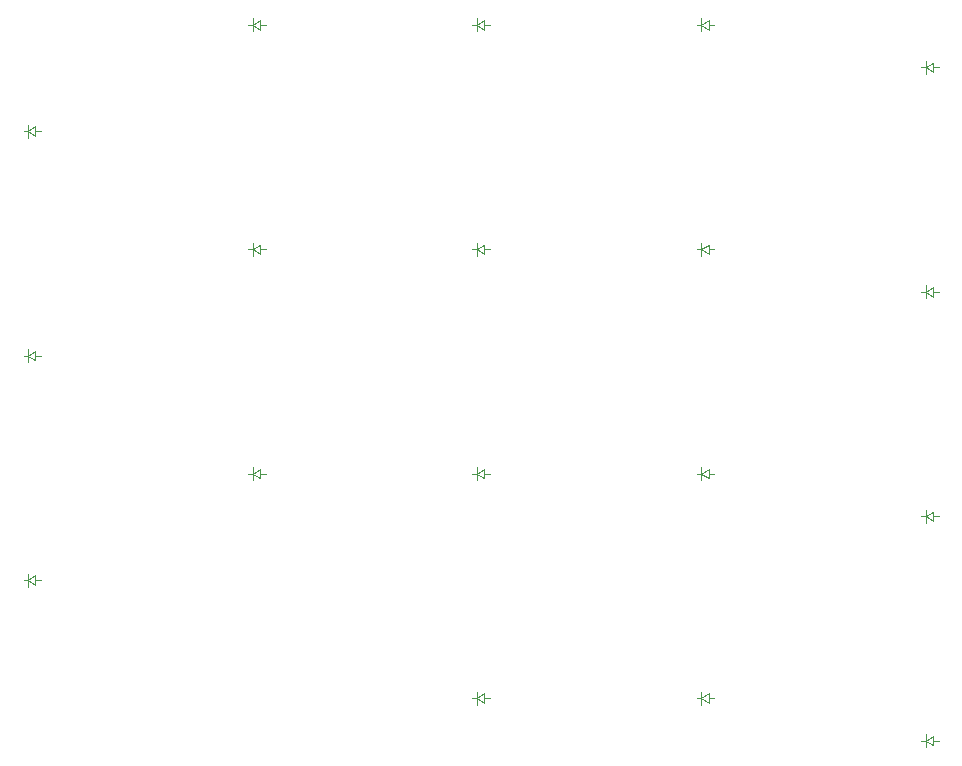
<source format=gbr>
%TF.GenerationSoftware,KiCad,Pcbnew,7.0.7*%
%TF.CreationDate,2023-11-30T20:13:54-05:00*%
%TF.ProjectId,pcb,7063622e-6b69-4636-9164-5f7063625858,v1.0.0*%
%TF.SameCoordinates,Original*%
%TF.FileFunction,Legend,Top*%
%TF.FilePolarity,Positive*%
%FSLAX46Y46*%
G04 Gerber Fmt 4.6, Leading zero omitted, Abs format (unit mm)*
G04 Created by KiCad (PCBNEW 7.0.7) date 2023-11-30 20:13:54*
%MOMM*%
%LPD*%
G01*
G04 APERTURE LIST*
%ADD10C,0.100000*%
G04 APERTURE END LIST*
D10*
%TO.C,D5*%
X18250000Y42300000D02*
X18650000Y42300000D01*
X18650000Y42300000D02*
X18650000Y42850000D01*
X18650000Y42300000D02*
X18650000Y41750000D01*
X18650000Y42300000D02*
X19250000Y42700000D01*
X19250000Y42700000D02*
X19250000Y41900000D01*
X19250000Y42300000D02*
X19750000Y42300000D01*
X19250000Y41900000D02*
X18650000Y42300000D01*
%TO.C,D7*%
X37250000Y4300000D02*
X37650000Y4300000D01*
X37650000Y4300000D02*
X37650000Y4850000D01*
X37650000Y4300000D02*
X37650000Y3750000D01*
X37650000Y4300000D02*
X38250000Y4700000D01*
X38250000Y4700000D02*
X38250000Y3900000D01*
X38250000Y4300000D02*
X38750000Y4300000D01*
X38250000Y3900000D02*
X37650000Y4300000D01*
%TO.C,D10*%
X37250000Y61300000D02*
X37650000Y61300000D01*
X37650000Y61300000D02*
X37650000Y61850000D01*
X37650000Y61300000D02*
X37650000Y60750000D01*
X37650000Y61300000D02*
X38250000Y61700000D01*
X38250000Y61700000D02*
X38250000Y60900000D01*
X38250000Y61300000D02*
X38750000Y61300000D01*
X38250000Y60900000D02*
X37650000Y61300000D01*
%TO.C,D3*%
X-750000Y52300000D02*
X-350000Y52300000D01*
X-350000Y52300000D02*
X-350000Y52850000D01*
X-350000Y52300000D02*
X-350000Y51750000D01*
X-350000Y52300000D02*
X250000Y52700000D01*
X250000Y52700000D02*
X250000Y51900000D01*
X250000Y52300000D02*
X750000Y52300000D01*
X250000Y51900000D02*
X-350000Y52300000D01*
%TO.C,D9*%
X37250000Y42300000D02*
X37650000Y42300000D01*
X37650000Y42300000D02*
X37650000Y42850000D01*
X37650000Y42300000D02*
X37650000Y41750000D01*
X37650000Y42300000D02*
X38250000Y42700000D01*
X38250000Y42700000D02*
X38250000Y41900000D01*
X38250000Y42300000D02*
X38750000Y42300000D01*
X38250000Y41900000D02*
X37650000Y42300000D01*
%TO.C,D18*%
X75250000Y57700000D02*
X75650000Y57700000D01*
X75650000Y57700000D02*
X75650000Y58250000D01*
X75650000Y57700000D02*
X75650000Y57150000D01*
X75650000Y57700000D02*
X76250000Y58100000D01*
X76250000Y58100000D02*
X76250000Y57300000D01*
X76250000Y57700000D02*
X76750000Y57700000D01*
X76250000Y57300000D02*
X75650000Y57700000D01*
%TO.C,D8*%
X37250000Y23300000D02*
X37650000Y23300000D01*
X37650000Y23300000D02*
X37650000Y23850000D01*
X37650000Y23300000D02*
X37650000Y22750000D01*
X37650000Y23300000D02*
X38250000Y23700000D01*
X38250000Y23700000D02*
X38250000Y22900000D01*
X38250000Y23300000D02*
X38750000Y23300000D01*
X38250000Y22900000D02*
X37650000Y23300000D01*
%TO.C,D13*%
X56250000Y42300000D02*
X56650000Y42300000D01*
X56650000Y42300000D02*
X56650000Y42850000D01*
X56650000Y42300000D02*
X56650000Y41750000D01*
X56650000Y42300000D02*
X57250000Y42700000D01*
X57250000Y42700000D02*
X57250000Y41900000D01*
X57250000Y42300000D02*
X57750000Y42300000D01*
X57250000Y41900000D02*
X56650000Y42300000D01*
%TO.C,D14*%
X56250000Y61300000D02*
X56650000Y61300000D01*
X56650000Y61300000D02*
X56650000Y61850000D01*
X56650000Y61300000D02*
X56650000Y60750000D01*
X56650000Y61300000D02*
X57250000Y61700000D01*
X57250000Y61700000D02*
X57250000Y60900000D01*
X57250000Y61300000D02*
X57750000Y61300000D01*
X57250000Y60900000D02*
X56650000Y61300000D01*
%TO.C,D16*%
X75250000Y19700000D02*
X75650000Y19700000D01*
X75650000Y19700000D02*
X75650000Y20250000D01*
X75650000Y19700000D02*
X75650000Y19150000D01*
X75650000Y19700000D02*
X76250000Y20100000D01*
X76250000Y20100000D02*
X76250000Y19300000D01*
X76250000Y19700000D02*
X76750000Y19700000D01*
X76250000Y19300000D02*
X75650000Y19700000D01*
%TO.C,D4*%
X18250000Y23300000D02*
X18650000Y23300000D01*
X18650000Y23300000D02*
X18650000Y23850000D01*
X18650000Y23300000D02*
X18650000Y22750000D01*
X18650000Y23300000D02*
X19250000Y23700000D01*
X19250000Y23700000D02*
X19250000Y22900000D01*
X19250000Y23300000D02*
X19750000Y23300000D01*
X19250000Y22900000D02*
X18650000Y23300000D01*
%TO.C,D12*%
X56250000Y23300000D02*
X56650000Y23300000D01*
X56650000Y23300000D02*
X56650000Y23850000D01*
X56650000Y23300000D02*
X56650000Y22750000D01*
X56650000Y23300000D02*
X57250000Y23700000D01*
X57250000Y23700000D02*
X57250000Y22900000D01*
X57250000Y23300000D02*
X57750000Y23300000D01*
X57250000Y22900000D02*
X56650000Y23300000D01*
%TO.C,D15*%
X75250000Y700000D02*
X75650000Y700000D01*
X75650000Y700000D02*
X75650000Y1250000D01*
X75650000Y700000D02*
X75650000Y150000D01*
X75650000Y700000D02*
X76250000Y1100000D01*
X76250000Y1100000D02*
X76250000Y300000D01*
X76250000Y700000D02*
X76750000Y700000D01*
X76250000Y300000D02*
X75650000Y700000D01*
%TO.C,D17*%
X75250000Y38700000D02*
X75650000Y38700000D01*
X75650000Y38700000D02*
X75650000Y39250000D01*
X75650000Y38700000D02*
X75650000Y38150000D01*
X75650000Y38700000D02*
X76250000Y39100000D01*
X76250000Y39100000D02*
X76250000Y38300000D01*
X76250000Y38700000D02*
X76750000Y38700000D01*
X76250000Y38300000D02*
X75650000Y38700000D01*
%TO.C,D2*%
X-750000Y33300000D02*
X-350000Y33300000D01*
X-350000Y33300000D02*
X-350000Y33850000D01*
X-350000Y33300000D02*
X-350000Y32750000D01*
X-350000Y33300000D02*
X250000Y33700000D01*
X250000Y33700000D02*
X250000Y32900000D01*
X250000Y33300000D02*
X750000Y33300000D01*
X250000Y32900000D02*
X-350000Y33300000D01*
%TO.C,D11*%
X56250000Y4300000D02*
X56650000Y4300000D01*
X56650000Y4300000D02*
X56650000Y4850000D01*
X56650000Y4300000D02*
X56650000Y3750000D01*
X56650000Y4300000D02*
X57250000Y4700000D01*
X57250000Y4700000D02*
X57250000Y3900000D01*
X57250000Y4300000D02*
X57750000Y4300000D01*
X57250000Y3900000D02*
X56650000Y4300000D01*
%TO.C,D6*%
X18250000Y61300000D02*
X18650000Y61300000D01*
X18650000Y61300000D02*
X18650000Y61850000D01*
X18650000Y61300000D02*
X18650000Y60750000D01*
X18650000Y61300000D02*
X19250000Y61700000D01*
X19250000Y61700000D02*
X19250000Y60900000D01*
X19250000Y61300000D02*
X19750000Y61300000D01*
X19250000Y60900000D02*
X18650000Y61300000D01*
%TO.C,D1*%
X-750000Y14300000D02*
X-350000Y14300000D01*
X-350000Y14300000D02*
X-350000Y14850000D01*
X-350000Y14300000D02*
X-350000Y13750000D01*
X-350000Y14300000D02*
X250000Y14700000D01*
X250000Y14700000D02*
X250000Y13900000D01*
X250000Y14300000D02*
X750000Y14300000D01*
X250000Y13900000D02*
X-350000Y14300000D01*
%TD*%
M02*

</source>
